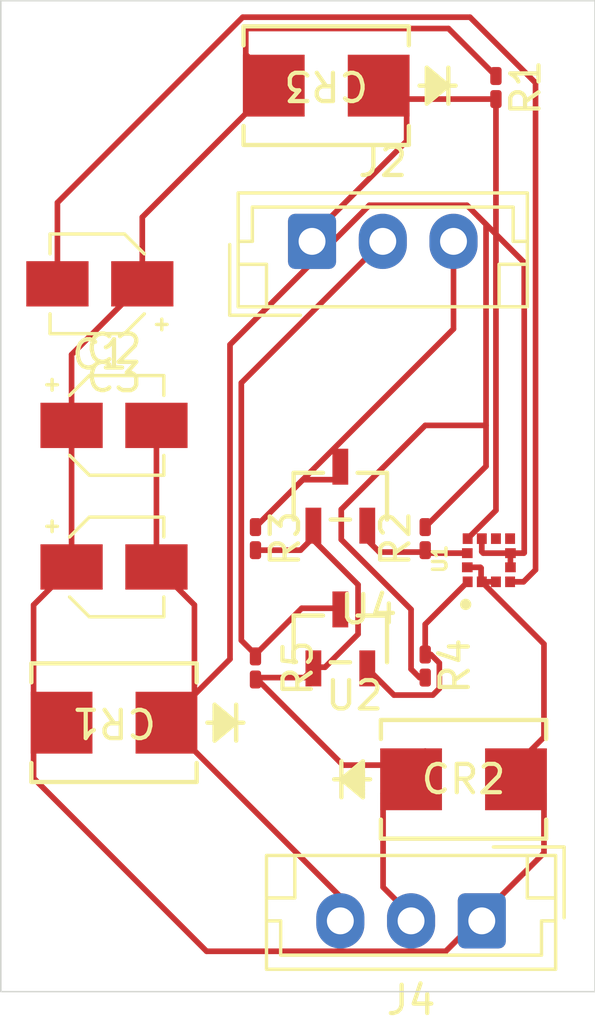
<source format=kicad_pcb>
(kicad_pcb (version 20240108) (generator "pcbnew") (generator_version "8.0")
  (layers (0 "F.Cu" signal) (31 "B.Cu" signal) (34 "B.Paste" user) (35 "F.Paste" user) (36 "B.SilkS" user "B.Silkscreen") (37 "F.SilkS" user "F.Silkscreen") (38 "B.Mask" user) (39 "F.Mask" user) (44 "Edge.Cuts" user))
  (net 0 "")
  (net 1 "3.3")
  (net 2 "Net-(U1-C1)")
  (net 3 "DRDY")
  (net 4 "GND")
  (net 5 "5")
  (net 6 "SCL")
  (net 7 "Net-(U1-SCL{slash}SPC)")
  (net 8 "SDA")
  (footprint "Resistor_SMD:R_0201_0603Metric_Pad0.64x0.40mm_HandSolder" (layer "F.Cu") (at 133.5 134 -90)
    (property "Reference" "R4" (at 0 -1.05 90) (layer "F.SilkS"))
    (property "Value" "10k")
    (pad "1" smd roundrect (at -0.4075 0 270) (size 0.635 0.4) (layers "F.Cu" "F.Mask") (net 7 "Net-(U1-SCL{slash}SPC)"))
    (pad "2" smd roundrect (at 0.4075 0 270) (size 0.635 0.4) (layers "F.Cu" "F.Mask") (net 1 "3.3"))
  )
  (footprint "Resistor_SMD:R_0201_0603Metric_Pad0.64x0.40mm_HandSolder" (layer "F.Cu") (at 127.5 134.0675 -90)
    (property "Reference" "R5" (at 0 -1.5 90) (layer "F.SilkS"))
    (property "Value" "10k")
    (pad "1" smd roundrect (at -0.4075 0 270) (size 0.635 0.4) (layers "F.Cu" "F.Mask") (net 6 "SCL"))
    (pad "2" smd roundrect (at 0.4075 0 270) (size 0.635 0.4) (layers "F.Cu" "F.Mask") (net 5 "5"))
  )
  (footprint "Transistor:BSS138" (layer "F.Cu") (at 130.5 128)
    (property "Reference" "U4" (at 1 4 0) (layer "F.SilkS"))
    (property "Value" "BSS138")
    (fp_line (start -1.651 -0.8255) (end -1.651 0.8255) (stroke (width 0.1524)) (layer "F.SilkS"))
    (fp_line (start -0.61214 -0.8255) (end -1.651 -0.8255) (stroke (width 0.1524)) (layer "F.SilkS"))
    (fp_line (start -0.34036 0.8255) (end 0.34036 0.8255) (stroke (width 0.1524)) (layer "F.SilkS"))
    (fp_line (start 1.651 -0.8255) (end 0.61214 -0.8255) (stroke (width 0.1524)) (layer "F.SilkS"))
    (fp_line (start 1.651 0.8255) (end 1.651 -0.8255) (stroke (width 0.1524)) (layer "F.SilkS"))
    (pad "1" smd rect (at -0.9525 1.0414) (size 0.5588 1.27) (layers "F.Cu" "F.Paste" "F.Mask") (net 5 "5"))
    (pad "2" smd rect (at 0.9525 1.0414) (size 0.5588 1.27) (layers "F.Cu" "F.Paste" "F.Mask") (net 8 "SDA"))
    (pad "3" smd rect (at 0 -1.0414) (size 0.5588 1.27) (layers "F.Cu" "F.Paste" "F.Mask") (net 8 "SDA"))
  )
  (footprint "Magnetometer:XDCR_LIS3MDLTR" (layer "F.Cu") (at 135.75 130.2625 90)
    (property "Reference" "U1" (at 0.04657 -1.73221 90) (layer "F.SilkS") (effects (font (size 0.48 0.48))))
    (property "Value" "LIS3MDLTR")
    (fp_circle (center -1.56 -0.82) (end -1.46 -0.82) (stroke (width 0.2)) (fill none) (layer "F.SilkS"))
    (pad "1" smd rect (at -0.7625 -0.75 90) (size 0.375 0.35) (layers "F.Cu" "F.Paste") (net 7 "Net-(U1-SCL{slash}SPC)"))
    (pad "2" smd rect (at -0.7625 -0.25 90) (size 0.375 0.35) (layers "F.Cu" "F.Paste") (net 4 "GND"))
    (pad "3" smd rect (at -0.7625 0.25 90) (size 0.375 0.35) (layers "F.Cu" "F.Paste") (net 4 "GND"))
    (pad "4" smd rect (at -0.7625 0.75 90) (size 0.375 0.35) (layers "F.Cu" "F.Paste") (net 2 "Net-(U1-C1)"))
    (pad "5" smd rect (at -0.25 0.7625 90) (size 0.35 0.375) (layers "F.Cu" "F.Paste") (net 1 "3.3"))
    (pad "6" smd rect (at 0.25 0.7625 90) (size 0.35 0.375) (layers "F.Cu" "F.Paste") (net 1 "3.3"))
    (pad "7" smd rect (at 0.7625 0.75 90) (size 0.375 0.35) (layers "F.Cu" "F.Paste"))
    (pad "8" smd rect (at 0.7625 0.25 90) (size 0.375 0.35) (layers "F.Cu" "F.Paste") (net 3 "DRDY"))
    (pad "9" smd rect (at 0.7625 -0.25 90) (size 0.375 0.35) (layers "F.Cu" "F.Paste") (net 1 "3.3"))
    (pad "10" smd rect (at 0.7625 -0.75 90) (size 0.375 0.35) (layers "F.Cu" "F.Paste") (net 1 "3.3"))
    (pad "11" smd rect (at 0.25 -0.7625 90) (size 0.35 0.375) (layers "F.Cu" "F.Paste") (net 8 "SDA"))
    (pad "12" smd rect (at -0.25 -0.7625 90) (size 0.35 0.375) (layers "F.Cu" "F.Paste") (net 4 "GND"))
  )
  (footprint "TVS Diode:1KSMB24A" (layer "F.Cu") (at 134.8542 138)
    (property "Reference" "CR2" (at 0 0 0) (layer "F.SilkS"))
    (property "Value" "1KSMB24A")
    (fp_line (start -4.318 -0.635) (end -4.318 0.635) (stroke (width 0.1524)) (layer "F.SilkS"))
    (fp_line (start -4.318 0) (end -3.556 -0.635) (stroke (width 0.1524)) (layer "F.SilkS"))
    (fp_line (start -4.318 0) (end -3.556 -0.508) (stroke (width 0.1524)) (layer "F.SilkS"))
    (fp_line (start -4.318 0) (end -3.556 -0.381) (stroke (width 0.1524)) (layer "F.SilkS"))
    (fp_line (start -4.318 0) (end -3.556 -0.254) (stroke (width 0.1524)) (layer "F.SilkS"))
    (fp_line (start -4.318 0) (end -3.556 -0.127) (stroke (width 0.1524)) (layer "F.SilkS"))
    (fp_line (start -4.318 0) (end -3.556 0.127) (stroke (width 0.1524)) (layer "F.SilkS"))
    (fp_line (start -4.318 0) (end -3.556 0.254) (stroke (width 0.1524)) (layer "F.SilkS"))
    (fp_line (start -4.318 0) (end -3.556 0.381) (stroke (width 0.1524)) (layer "F.SilkS"))
    (fp_line (start -4.318 0) (end -3.556 0.508) (stroke (width 0.1524)) (layer "F.SilkS"))
    (fp_line (start -4.318 0) (end -3.556 0.635) (stroke (width 0.1524)) (layer "F.SilkS"))
    (fp_line (start -3.556 -0.635) (end -3.556 0.635) (stroke (width 0.1524)) (layer "F.SilkS"))
    (fp_line (start -3.302 0) (end -4.572 0) (stroke (width 0.1524)) (layer "F.SilkS"))
    (fp_line (start -2.921 -2.0955) (end -2.921 -1.42494) (stroke (width 0.1524)) (layer "F.SilkS"))
    (fp_line (start -2.921 1.42494) (end -2.921 2.0955) (stroke (width 0.1524)) (layer "F.SilkS"))
    (fp_line (start -2.921 2.0955) (end 2.921 2.0955) (stroke (width 0.1524)) (layer "F.SilkS"))
    (fp_line (start 2.921 -2.0955) (end -2.921 -2.0955) (stroke (width 0.1524)) (layer "F.SilkS"))
    (fp_line (start 2.921 -1.42494) (end 2.921 -2.0955) (stroke (width 0.1524)) (layer "F.SilkS"))
    (fp_line (start 2.921 2.0955) (end 2.921 1.42494) (stroke (width 0.1524)) (layer "F.SilkS"))
    (pad "1" smd rect (at -1.8542 0 90) (size 2.1844 2.1844) (layers "F.Cu" "F.Paste" "F.Mask") (net 5 "5"))
    (pad "2" smd rect (at 1.8542 0 90) (size 2.1844 2.1844) (layers "F.Cu" "F.Paste" "F.Mask") (net 4 "GND"))
  )
  (footprint "TVS Diode:1KSMB24A" (layer "F.Cu") (at 130 113.5 180)
    (property "Reference" "CR3" (at 0 0 180) (layer "F.SilkS"))
    (property "Value" "1KSMB24A")
    (fp_line (start 2.921 2.0955) (end 2.921 1.42494) (stroke (width 0.1524)) (layer "F.SilkS"))
    (fp_line (start 2.921 -1.42494) (end 2.921 -2.0955) (stroke (width 0.1524)) (layer "F.SilkS"))
    (fp_line (start 2.921 -2.0955) (end -2.921 -2.0955) (stroke (width 0.1524)) (layer "F.SilkS"))
    (fp_line (start -2.921 2.0955) (end 2.921 2.0955) (stroke (width 0.1524)) (layer "F.SilkS"))
    (fp_line (start -2.921 1.42494) (end -2.921 2.0955) (stroke (width 0.1524)) (layer "F.SilkS"))
    (fp_line (start -2.921 -2.0955) (end -2.921 -1.42494) (stroke (width 0.1524)) (layer "F.SilkS"))
    (fp_line (start -3.302 0) (end -4.572 0) (stroke (width 0.1524)) (layer "F.SilkS"))
    (fp_line (start -3.556 -0.635) (end -3.556 0.635) (stroke (width 0.1524)) (layer "F.SilkS"))
    (fp_line (start -4.318 0) (end -3.556 0.635) (stroke (width 0.1524)) (layer "F.SilkS"))
    (fp_line (start -4.318 0) (end -3.556 0.508) (stroke (width 0.1524)) (layer "F.SilkS"))
    (fp_line (start -4.318 0) (end -3.556 0.381) (stroke (width 0.1524)) (layer "F.SilkS"))
    (fp_line (start -4.318 0) (end -3.556 0.254) (stroke (width 0.1524)) (layer "F.SilkS"))
    (fp_line (start -4.318 0) (end -3.556 0.127) (stroke (width 0.1524)) (layer "F.SilkS"))
    (fp_line (start -4.318 0) (end -3.556 -0.127) (stroke (width 0.1524)) (layer "F.SilkS"))
    (fp_line (start -4.318 0) (end -3.556 -0.254) (stroke (width 0.1524)) (layer "F.SilkS"))
    (fp_line (start -4.318 0) (end -3.556 -0.381) (stroke (width 0.1524)) (layer "F.SilkS"))
    (fp_line (start -4.318 0) (end -3.556 -0.508) (stroke (width 0.1524)) (layer "F.SilkS"))
    (fp_line (start -4.318 0) (end -3.556 -0.635) (stroke (width 0.1524)) (layer "F.SilkS"))
    (fp_line (start -4.318 -0.635) (end -4.318 0.635) (stroke (width 0.1524)) (layer "F.SilkS"))
    (pad "1" smd rect (at -1.8542 0 270) (size 2.1844 2.1844) (layers "F.Cu" "F.Paste" "F.Mask") (net 1 "3.3"))
    (pad "2" smd rect (at 1.8542 0 270) (size 2.1844 2.1844) (layers "F.Cu" "F.Paste" "F.Mask") (net 4 "GND"))
  )
  (footprint "Capacitor_SMD:CP_Elec_3x5.3" (layer "F.Cu") (at 122.5 125.5)
    (property "Reference" "C2" (at 0 -2.7 360) (layer "F.SilkS"))
    (property "Value" "1 uF")
    (fp_line (start -2.375 -1.435) (end -2 -1.435) (stroke (width 0.12)) (layer "F.SilkS"))
    (fp_line (start -2.1875 -1.6225) (end -2.1875 -1.2475) (stroke (width 0.12)) (layer "F.SilkS"))
    (fp_line (start -1.570563 -1.06) (end -0.870563 -1.76) (stroke (width 0.12)) (layer "F.SilkS"))
    (fp_line (start -1.570563 1.06) (end -0.870563 1.76) (stroke (width 0.12)) (layer "F.SilkS"))
    (fp_line (start -0.870563 -1.76) (end 1.76 -1.76) (stroke (width 0.12)) (layer "F.SilkS"))
    (fp_line (start -0.870563 1.76) (end 1.76 1.76) (stroke (width 0.12)) (layer "F.SilkS"))
    (fp_line (start 1.76 -1.76) (end 1.76 -1.06) (stroke (width 0.12)) (layer "F.SilkS"))
    (fp_line (start 1.76 1.76) (end 1.76 1.06) (stroke (width 0.12)) (layer "F.SilkS"))
    (pad "1" smd rect (at -1.5 0) (size 2.2 1.6) (layers "F.Cu" "F.Paste" "F.Mask") (net 4 "GND"))
    (pad "2" smd rect (at 1.5 0) (size 2.2 1.6) (layers "F.Cu" "F.Paste" "F.Mask") (net 1 "3.3"))
  )
  (footprint "Resistor_SMD:R_0201_0603Metric_Pad0.64x0.40mm_HandSolder" (layer "F.Cu") (at 136 113.5675 -90)
    (property "Reference" "R1" (at 0 -1.05 90) (layer "F.SilkS"))
    (property "Value" "10k")
    (pad "1" smd roundrect (at -0.4075 0 270) (size 0.635 0.4) (layers "F.Cu" "F.Mask") (net 4 "GND"))
    (pad "2" smd roundrect (at 0.4075 0 270) (size 0.635 0.4) (layers "F.Cu" "F.Mask") (net 1 "3.3"))
  )
  (footprint "Connector_JST:JST_EH_B3B-EH-A_1x03_P2.50mm_Vertical" (layer "F.Cu") (at 135.5 143 180)
    (property "Reference" "J4" (at 2.5 -2.8 360) (layer "F.SilkS"))
    (property "Value" "Conn_01x03")
    (fp_line (start 7.61 2.31) (end 7.61 -1.71) (stroke (width 0.12)) (layer "F.SilkS"))
    (fp_line (start 7.61 0.81) (end 6.61 0.81) (stroke (width 0.12)) (layer "F.SilkS"))
    (fp_line (start 7.61 -1.71) (end -2.61 -1.71) (stroke (width 0.12)) (layer "F.SilkS"))
    (fp_line (start 7.11 0) (end 7.61 0) (stroke (width 0.12)) (layer "F.SilkS"))
    (fp_line (start 7.11 -1.21) (end 7.11 0) (stroke (width 0.12)) (layer "F.SilkS"))
    (fp_line (start 6.61 0.81) (end 6.61 2.31) (stroke (width 0.12)) (layer "F.SilkS"))
    (fp_line (start -1.61 0.81) (end -1.61 2.31) (stroke (width 0.12)) (layer "F.SilkS"))
    (fp_line (start -2.11 0) (end -2.11 -1.21) (stroke (width 0.12)) (layer "F.SilkS"))
    (fp_line (start -2.11 -1.21) (end 7.11 -1.21) (stroke (width 0.12)) (layer "F.SilkS"))
    (fp_line (start -2.61 2.31) (end 7.61 2.31) (stroke (width 0.12)) (layer "F.SilkS"))
    (fp_line (start -2.61 0.81) (end -1.61 0.81) (stroke (width 0.12)) (layer "F.SilkS"))
    (fp_line (start -2.61 0) (end -2.11 0) (stroke (width 0.12)) (layer "F.SilkS"))
    (fp_line (start -2.61 -1.71) (end -2.61 2.31) (stroke (width 0.12)) (layer "F.SilkS"))
    (fp_line (start -2.91 2.61) (end -0.41 2.61) (stroke (width 0.12)) (layer "F.SilkS"))
    (fp_line (start -2.91 0.11) (end -2.91 2.61) (stroke (width 0.12)) (layer "F.SilkS"))
    (pad "1" thru_hole roundrect (at 0 0 180) (size 1.7 1.95) (drill 0.95) (layers "*.Cu" "*.Mask") (roundrect_rratio 0.147059) (net 4 "GND"))
    (pad "2" thru_hole oval (at 2.5 0 180) (size 1.7 1.95) (drill 0.95) (layers "*.Cu" "*.Mask") (net 5 "5"))
    (pad "3" thru_hole oval (at 5 0 180) (size 1.7 1.95) (drill 0.95) (layers "*.Cu" "*.Mask") (net 1 "3.3"))
  )
  (footprint "Transistor:BSS138" (layer "F.Cu") (at 130.5 133.0414)
    (property "Reference" "U2" (at 0.5 2 0) (layer "F.SilkS"))
    (property "Value" "BSS138")
    (fp_line (start -1.651 -0.8255) (end -1.651 0.8255) (stroke (width 0.1524)) (layer "F.SilkS"))
    (fp_line (start -0.61214 -0.8255) (end -1.651 -0.8255) (stroke (width 0.1524)) (layer "F.SilkS"))
    (fp_line (start -0.34036 0.8255) (end 0.34036 0.8255) (stroke (width 0.1524)) (layer "F.SilkS"))
    (fp_line (start 1.651 -0.8255) (end 0.61214 -0.8255) (stroke (width 0.1524)) (layer "F.SilkS"))
    (fp_line (start 1.651 0.8255) (end 1.651 -0.8255) (stroke (width 0.1524)) (layer "F.SilkS"))
    (pad "1" smd rect (at -0.9525 1.0414) (size 0.5588 1.27) (layers "F.Cu" "F.Paste" "F.Mask") (net 5 "5"))
    (pad "2" smd rect (at 0.9525 1.0414) (size 0.5588 1.27) (layers "F.Cu" "F.Paste" "F.Mask") (net 7 "Net-(U1-SCL{slash}SPC)"))
    (pad "3" smd rect (at 0 -1.0414) (size 0.5588 1.27) (layers "F.Cu" "F.Paste" "F.Mask") (net 6 "SCL"))
  )
  (footprint "TVS Diode:1KSMB24A" (layer "F.Cu") (at 122.5 136 180)
    (property "Reference" "CR1" (at 0 0 180) (layer "F.SilkS"))
    (property "Value" "1KSMB24A")
    (fp_line (start 2.921 2.0955) (end 2.921 1.42494) (stroke (width 0.1524)) (layer "F.SilkS"))
    (fp_line (start 2.921 -1.42494) (end 2.921 -2.0955) (stroke (width 0.1524)) (layer "F.SilkS"))
    (fp_line (start 2.921 -2.0955) (end -2.921 -2.0955) (stroke (width 0.1524)) (layer "F.SilkS"))
    (fp_line (start -2.921 2.0955) (end 2.921 2.0955) (stroke (width 0.1524)) (layer "F.SilkS"))
    (fp_line (start -2.921 1.42494) (end -2.921 2.0955) (stroke (width 0.1524)) (layer "F.SilkS"))
    (fp_line (start -2.921 -2.0955) (end -2.921 -1.42494) (stroke (width 0.1524)) (layer "F.SilkS"))
    (fp_line (start -3.302 0) (end -4.572 0) (stroke (width 0.1524)) (layer "F.SilkS"))
    (fp_line (start -3.556 -0.635) (end -3.556 0.635) (stroke (width 0.1524)) (layer "F.SilkS"))
    (fp_line (start -4.318 0) (end -3.556 0.635) (stroke (width 0.1524)) (layer "F.SilkS"))
    (fp_line (start -4.318 0) (end -3.556 0.508) (stroke (width 0.1524)) (layer "F.SilkS"))
    (fp_line (start -4.318 0) (end -3.556 0.381) (stroke (width 0.1524)) (layer "F.SilkS"))
    (fp_line (start -4.318 0) (end -3.556 0.254) (stroke (width 0.1524)) (layer "F.SilkS"))
    (fp_line (start -4.318 0) (end -3.556 0.127) (stroke (width 0.1524)) (layer "F.SilkS"))
    (fp_line (start -4.318 0) (end -3.556 -0.127) (stroke (width 0.1524)) (layer "F.SilkS"))
    (fp_line (start -4.318 0) (end -3.556 -0.254) (stroke (width 0.1524)) (layer "F.SilkS"))
    (fp_line (start -4.318 0) (end -3.556 -0.381) (stroke (width 0.1524)) (layer "F.SilkS"))
    (fp_line (start -4.318 0) (end -3.556 -0.508) (stroke (width 0.1524)) (layer "F.SilkS"))
    (fp_line (start -4.318 0) (end -3.556 -0.635) (stroke (width 0.1524)) (layer "F.SilkS"))
    (fp_line (start -4.318 -0.635) (end -4.318 0.635) (stroke (width 0.1524)) (layer "F.SilkS"))
    (pad "1" smd rect (at -1.8542 0 270) (size 2.1844 2.1844) (layers "F.Cu" "F.Paste" "F.Mask") (net 1 "3.3"))
    (pad "2" smd rect (at 1.8542 0 270) (size 2.1844 2.1844) (layers "F.Cu" "F.Paste" "F.Mask") (net 4 "GND"))
  )
  (footprint "Resistor_SMD:R_0201_0603Metric_Pad0.64x0.40mm_HandSolder" (layer "F.Cu") (at 127.5 129.5 -90)
    (property "Reference" "R3" (at 0 -1.05 90) (layer "F.SilkS"))
    (property "Value" "10k")
    (pad "1" smd roundrect (at -0.4075 0 270) (size 0.635 0.4) (layers "F.Cu" "F.Mask") (net 8 "SDA"))
    (pad "2" smd roundrect (at 0.4075 0 270) (size 0.635 0.4) (layers "F.Cu" "F.Mask") (net 5 "5"))
  )
  (footprint "Capacitor_SMD:CP_Elec_3x5.3" (layer "F.Cu") (at 122 120.5 180)
    (property "Reference" "C1" (at 0 -2.5 360) (layer "F.SilkS"))
    (property "Value" "100 nF")
    (fp_line (start 1.76 1.76) (end 1.76 1.06) (stroke (width 0.12)) (layer "F.SilkS"))
    (fp_line (start 1.76 -1.76) (end 1.76 -1.06) (stroke (width 0.12)) (layer "F.SilkS"))
    (fp_line (start -0.870563 1.76) (end 1.76 1.76) (stroke (width 0.12)) (layer "F.SilkS"))
    (fp_line (start -0.870563 -1.76) (end 1.76 -1.76) (stroke (width 0.12)) (layer "F.SilkS"))
    (fp_line (start -1.570563 1.06) (end -0.870563 1.76) (stroke (width 0.12)) (layer "F.SilkS"))
    (fp_line (start -1.570563 -1.06) (end -0.870563 -1.76) (stroke (width 0.12)) (layer "F.SilkS"))
    (fp_line (start -2.1875 -1.6225) (end -2.1875 -1.2475) (stroke (width 0.12)) (layer "F.SilkS"))
    (fp_line (start -2.375 -1.435) (end -2 -1.435) (stroke (width 0.12)) (layer "F.SilkS"))
    (pad "1" smd rect (at -1.5 0 180) (size 2.2 1.6) (layers "F.Cu" "F.Paste" "F.Mask") (net 4 "GND"))
    (pad "2" smd rect (at 1.5 0 180) (size 2.2 1.6) (layers "F.Cu" "F.Paste" "F.Mask") (net 2 "Net-(U1-C1)"))
  )
  (footprint "Capacitor_SMD:CP_Elec_3x5.3" (layer "F.Cu") (at 122.5 130.5)
    (property "Reference" "C3" (at 0 -6.7 360) (layer "F.SilkS"))
    (property "Value" "100 nF")
    (fp_line (start -2.375 -1.435) (end -2 -1.435) (stroke (width 0.12)) (layer "F.SilkS"))
    (fp_line (start -2.1875 -1.6225) (end -2.1875 -1.2475) (stroke (width 0.12)) (layer "F.SilkS"))
    (fp_line (start -1.570563 -1.06) (end -0.870563 -1.76) (stroke (width 0.12)) (layer "F.SilkS"))
    (fp_line (start -1.570563 1.06) (end -0.870563 1.76) (stroke (width 0.12)) (layer "F.SilkS"))
    (fp_line (start -0.870563 -1.76) (end 1.76 -1.76) (stroke (width 0.12)) (layer "F.SilkS"))
    (fp_line (start -0.870563 1.76) (end 1.76 1.76) (stroke (width 0.12)) (layer "F.SilkS"))
    (fp_line (start 1.76 -1.76) (end 1.76 -1.06) (stroke (width 0.12)) (layer "F.SilkS"))
    (fp_line (start 1.76 1.76) (end 1.76 1.06) (stroke (width 0.12)) (layer "F.SilkS"))
    (pad "1" smd rect (at -1.5 0) (size 2.2 1.6) (layers "F.Cu" "F.Paste" "F.Mask") (net 4 "GND"))
    (pad "2" smd rect (at 1.5 0) (size 2.2 1.6) (layers "F.Cu" "F.Paste" "F.Mask") (net 1 "3.3"))
  )
  (footprint "Resistor_SMD:R_0201_0603Metric_Pad0.64x0.40mm_HandSolder" (layer "F.Cu") (at 133.5 129.5 90)
    (property "Reference" "R2" (at 0 -1.05 90) (layer "F.SilkS"))
    (property "Value" "10k")
    (pad "1" smd roundrect (at -0.4075 0 90) (size 0.635 0.4) (layers "F.Cu" "F.Mask") (net 8 "SDA"))
    (pad "2" smd roundrect (at 0.4075 0 90) (size 0.635 0.4) (layers "F.Cu" "F.Mask") (net 1 "3.3"))
  )
  (footprint "Connector_JST:JST_EH_B3B-EH-A_1x03_P2.50mm_Vertical" (layer "F.Cu") (at 129.5 119)
    (property "Reference" "J2" (at 2.5 -2.8 360) (layer "F.SilkS"))
    (property "Value" "Conn_01x03")
    (fp_line (start -2.91 0.11) (end -2.91 2.61) (stroke (width 0.12)) (layer "F.SilkS"))
    (fp_line (start -2.91 2.61) (end -0.41 2.61) (stroke (width 0.12)) (layer "F.SilkS"))
    (fp_line (start -2.61 -1.71) (end -2.61 2.31) (stroke (width 0.12)) (layer "F.SilkS"))
    (fp_line (start -2.61 0) (end -2.11 0) (stroke (width 0.12)) (layer "F.SilkS"))
    (fp_line (start -2.61 0.81) (end -1.61 0.81) (stroke (width 0.12)) (layer "F.SilkS"))
    (fp_line (start -2.61 2.31) (end 7.61 2.31) (stroke (width 0.12)) (layer "F.SilkS"))
    (fp_line (start -2.11 -1.21) (end 7.11 -1.21) (stroke (width 0.12)) (layer "F.SilkS"))
    (fp_line (start -2.11 0) (end -2.11 -1.21) (stroke (width 0.12)) (layer "F.SilkS"))
    (fp_line (start -1.61 0.81) (end -1.61 2.31) (stroke (width 0.12)) (layer "F.SilkS"))
    (fp_line (start 6.61 0.81) (end 6.61 2.31) (stroke (width 0.12)) (layer "F.SilkS"))
    (fp_line (start 7.11 -1.21) (end 7.11 0) (stroke (width 0.12)) (layer "F.SilkS"))
    (fp_line (start 7.11 0) (end 7.61 0) (stroke (width 0.12)) (layer "F.SilkS"))
    (fp_line (start 7.61 -1.71) (end -2.61 -1.71) (stroke (width 0.12)) (layer "F.SilkS"))
    (fp_line (start 7.61 0.81) (end 6.61 0.81) (stroke (width 0.12)) (layer "F.SilkS"))
    (fp_line (start 7.61 2.31) (end 7.61 -1.71) (stroke (width 0.12)) (layer "F.SilkS"))
    (pad "1" thru_hole roundrect (at 0 0) (size 1.7 1.95) (drill 0.95) (layers "*.Cu" "*.Mask") (roundrect_rratio 0.147059) (net 1 "3.3"))
    (pad "2" thru_hole oval (at 2.5 0) (size 1.7 1.95) (drill 0.95) (layers "*.Cu" "*.Mask") (net 6 "SCL"))
    (pad "3" thru_hole oval (at 5 0) (size 1.7 1.95) (drill 0.95) (layers "*.Cu" "*.Mask") (net 8 "SDA"))
  )
  (gr_rect (start 118.5 110.5) (end 139.5 145.5) (stroke (width 0.05)) (fill none) (layer "Edge.Cuts"))
  (segment (start 131.8542 113.5) (end 132.3292 113.975) (width 0.2) (layer "F.Cu") (net 1))
  (segment (start 137 119.748654) (end 137 130) (width 0.2) (layer "F.Cu") (net 1))
  (segment (start 124 130.5) (end 124 125.5) (width 0.2) (layer "F.Cu") (net 1))
  (segment (start 135.65 125.5) (end 133.5 125.5) (width 0.2) (layer "F.Cu") (net 1))
  (segment (start 129.5 119) (end 129.5 118.802322) (width 0.2) (layer "F.Cu") (net 1))
  (segment (start 124.3542 136) (end 125.3432 135.011) (width 0.2) (layer "F.Cu") (net 1))
  (segment (start 130.5 142.8) (end 130.5 142.1458) (width 0.2) (layer "F.Cu") (net 1))
  (segment (start 126.6 122.648654) (end 131.523654 117.725) (width 0.2) (layer "F.Cu") (net 1))
  (segment (start 133 132) (end 133 134.107499) (width 0.2) (layer "F.Cu") (net 1))
  (segment (start 125.3432 135.011) (end 125.3432 131.8432) (width 0.2) (layer "F.Cu") (net 1))
  (segment (start 135.65 126.9425) (end 133.5 129.0925) (width 0.2) (layer "F.Cu") (net 1))
  (segment (start 135.375673 118.124327) (end 135.65 118.398654) (width 0.2) (layer "F.Cu") (net 1))
  (segment (start 133 134.107499) (end 133.300001 134.4075) (width 0.2) (layer "F.Cu") (net 1))
  (segment (start 126.6 133.7542) (end 126.6 122.648654) (width 0.2) (layer "F.Cu") (net 1))
  (segment (start 135.65 125.5) (end 135.65 126.9425) (width 0.2) (layer "F.Cu") (net 1))
  (segment (start 124.3542 136) (end 126.6 133.7542) (width 0.2) (layer "F.Cu") (net 1))
  (segment (start 132.3292 113.975) (end 136 113.975) (width 0.2) (layer "F.Cu") (net 1))
  (segment (start 132.8432 115.459122) (end 132.8432 114.489) (width 0.2) (layer "F.Cu") (net 1))
  (segment (start 130.532843 129.532843) (end 133 132) (width 0.2) (layer "F.Cu") (net 1))
  (segment (start 125.3432 131.8432) (end 124 130.5) (width 0.2) (layer "F.Cu") (net 1))
  (segment (start 135.5 129.9625) (end 135.5 129.5) (width 0.2) (layer "F.Cu") (net 1))
  (segment (start 136.5125 130.0125) (end 136.5125 130.5125) (width 0.2) (layer "F.Cu") (net 1))
  (segment (start 131.523654 117.725) (end 134.976346 117.725) (width 0.2) (layer "F.Cu") (net 1))
  (segment (start 130.532843 128.467157) (end 130.532843 129.532843) (width 0.2) (layer "F.Cu") (net 1))
  (segment (start 135.55 130.0125) (end 135.5 129.9625) (width 0.2) (layer "F.Cu") (net 1))
  (segment (start 136 113.975) (end 136 128.5) (width 0.2) (layer "F.Cu") (net 1))
  (segment (start 129.5 118.802322) (end 132.8432 115.459122) (width 0.2) (layer "F.Cu") (net 1))
  (segment (start 133.300001 134.4075) (end 133.5 134.4075) (width 0.2) (layer "F.Cu") (net 1))
  (segment (start 130.5 142.1458) (end 124.3542 136) (width 0.2) (layer "F.Cu") (net 1))
  (segment (start 132.8432 114.489) (end 131.8542 113.5) (width 0.2) (layer "F.Cu") (net 1))
  (segment (start 135.65 118.398654) (end 135.65 125.5) (width 0.2) (layer "F.Cu") (net 1))
  (segment (start 134.976346 117.725) (end 135.375673 118.124327) (width 0.2) (layer "F.Cu") (net 1))
  (segment (start 124.8542 130.5) (end 124.3542 130) (width 0.2) (layer "F.Cu") (net 1))
  (segment (start 135.375673 118.124327) (end 137 119.748654) (width 0.2) (layer "F.Cu") (net 1))
  (segment (start 133.5 125.5) (end 130.532843 128.467157) (width 0.2) (layer "F.Cu") (net 1))
  (segment (start 136.9875 130.0125) (end 136.5125 130.0125) (width 0.2) (layer "F.Cu") (net 1))
  (segment (start 136.5125 130.0125) (end 135.55 130.0125) (width 0.2) (layer "F.Cu") (net 1))
  (segment (start 136 128.5) (end 135 129.5) (width 0.2) (layer "F.Cu") (net 1))
  (segment (start 137 130) (end 136.9875 130.0125) (width 0.2) (layer "F.Cu") (net 1))
  (segment (start 135.0823 111.0823) (end 137.4 113.4) (width 0.2) (layer "F.Cu") (net 2))
  (segment (start 127.049692 111.0823) (end 135.0823 111.0823) (width 0.2) (layer "F.Cu") (net 2))
  (segment (start 137.4 113.4) (end 137.4 130.6) (width 0.2) (layer "F.Cu") (net 2))
  (segment (start 121 121) (end 120.5 120.5) (width 0.2) (layer "F.Cu") (net 2))
  (segment (start 120.5 117.631992) (end 127.049692 111.0823) (width 0.2) (layer "F.Cu") (net 2))
  (segment (start 136.975 131.025) (end 136.5 131.025) (width 0.2) (layer "F.Cu") (net 2))
  (segment (start 137.4 130.6) (end 136.975 131.025) (width 0.2) (layer "F.Cu") (net 2))
  (segment (start 120.5 120.5) (end 120.5 117.631992) (width 0.2) (layer "F.Cu") (net 2))
  (segment (start 137.6974 133.2224) (end 135.5 131.025) (width 0.2) (layer "F.Cu") (net 4))
  (segment (start 128.1458 113.5) (end 128.3346 113.6888) (width 0.2) (layer "F.Cu") (net 4))
  (segment (start 119.6568 135.011) (end 119.6568 131.8432) (width 0.2) (layer "F.Cu") (net 4))
  (segment (start 121 125.5) (end 121 123) (width 0.2) (layer "F.Cu") (net 4))
  (segment (start 135.45 130.5125) (end 134.9875 130.5125) (width 0.2) (layer "F.Cu") (net 4))
  (segment (start 135.5 131.025) (end 136 131.025) (width 0.2) (layer "F.Cu") (net 4))
  (segment (start 136.7084 137.5) (end 137.6974 136.511) (width 0.2) (layer "F.Cu") (net 4))
  (segment (start 123.5 120.5) (end 123.5 118.1458) (width 0.2) (layer "F.Cu") (net 4))
  (segment (start 134.225 144.075) (end 125.772678 144.075) (width 0.2) (layer "F.Cu") (net 4))
  (segment (start 123.5 118.1458) (end 128.1458 113.5) (width 0.2) (layer "F.Cu") (net 4))
  (segment (start 121 130.5) (end 121 125.5) (width 0.2) (layer "F.Cu") (net 4))
  (segment (start 119.6568 137.959122) (end 119.6568 136.989) (width 0.2) (layer "F.Cu") (net 4))
  (segment (start 137.6974 136.511) (end 137.6974 133.2224) (width 0.2) (layer "F.Cu") (net 4))
  (segment (start 137.6974 140.6026) (end 137.6974 138.489) (width 0.2) (layer "F.Cu") (net 4))
  (segment (start 127.215378 111.4823) (end 134.3223 111.4823) (width 0.2) (layer "F.Cu") (net 4))
  (segment (start 128.447178 113.6888) (end 127.1568 112.398422) (width 0.2) (layer "F.Cu") (net 4))
  (segment (start 119.6568 136.989) (end 120.6458 136) (width 0.2) (layer "F.Cu") (net 4))
  (segment (start 119.6568 131.8432) (end 121 130.5) (width 0.2) (layer "F.Cu") (net 4))
  (segment (start 127.1568 111.540878) (end 127.215378 111.4823) (width 0.2) (layer "F.Cu") (net 4))
  (segment (start 135.5 142.8) (end 134.225 144.075) (width 0.2) (layer "F.Cu") (net 4))
  (segment (start 137.6974 138.489) (end 136.7084 137.5) (width 0.2) (layer "F.Cu") (net 4))
  (segment (start 127.5 113.5) (end 128.1458 113.5) (width 0.2) (layer "F.Cu") (net 4))
  (segment (start 135.5 142.8) (end 137.6974 140.6026) (width 0.2) (layer "F.Cu") (net 4))
  (segment (start 135.475 130.5375) (end 135.45 130.5125) (width 0.2) (layer "F.Cu") (net 4))
  (segment (start 121 123) (end 123.5 120.5) (width 0.2) (layer "F.Cu") (net 4))
  (segment (start 134.3223 111.4823) (end 136 113.16) (width 0.2) (layer "F.Cu") (net 4))
  (segment (start 127.1568 112.398422) (end 127.1568 111.540878) (width 0.2) (layer "F.Cu") (net 4))
  (segment (start 120.6458 136) (end 119.6568 135.011) (width 0.2) (layer "F.Cu") (net 4))
  (segment (start 135.475 131) (end 135.475 130.5375) (width 0.2) (layer "F.Cu") (net 4))
  (segment (start 135.5 131.025) (end 135.475 131) (width 0.2) (layer "F.Cu") (net 4))
  (segment (start 125.772678 144.075) (end 119.6568 137.959122) (width 0.2) (layer "F.Cu") (net 4))
  (segment (start 128.3346 113.6888) (end 128.447178 113.6888) (width 0.2) (layer "F.Cu") (net 4))
  (segment (start 129.595 134.0414) (end 129.9586 134.0414) (width 0.2) (layer "F.Cu") (net 5))
  (segment (start 127.5 134.4075) (end 129.2289 134.4075) (width 0.2) (layer "F.Cu") (net 5))
  (segment (start 132.011 138.489) (end 133 137.5) (width 0.2) (layer "F.Cu") (net 5))
  (segment (start 130.5925 137.5) (end 127.5 134.4075) (width 0.2) (layer "F.Cu") (net 5))
  (segment (start 133 137.5) (end 133.5 137) (width 0.2) (layer "F.Cu") (net 5))
  (segment (start 127.5 134.4075) (end 127.4075 134.4075) (width 0.2) (layer "F.Cu") (net 5))
  (segment (start 129.2289 134.4075) (end 129.595 134.0414) (width 0.2) (layer "F.Cu") (net 5))
  (segment (start 131.1269 131.1269) (end 129.5 129.5) (width 0.2) (layer "F.Cu") (net 5))
  (segment (start 133 137.5) (end 130.5925 137.5) (width 0.2) (layer "F.Cu") (net 5))
  (segment (start 131.1269 132.8731) (end 131.1269 131.1269) (width 0.2) (layer "F.Cu") (net 5))
  (segment (start 127.5 134.4075) (end 127.5925 134.4075) (width 0.2) (layer "F.Cu") (net 5))
  (segment (start 132.011 141.811) (end 132.011 138.489) (width 0.2) (layer "F.Cu") (net 5))
  (segment (start 133 142.8) (end 132.011 141.811) (width 0.2) (layer "F.Cu") (net 5))
  (segment (start 129.0925 129.9075) (end 129.5 129.5) (width 0.2) (layer "F.Cu") (net 5))
  (segment (start 127.5 129.9075) (end 129.0925 129.9075) (width 0.2) (layer "F.Cu") (net 5))
  (segment (start 129.9586 134.0414) (end 131.1269 132.8731) (width 0.2) (layer "F.Cu") (net 5))
  (segment (start 127 124) (end 127 133.0925) (width 0.2) (layer "F.Cu") (net 6))
  (segment (start 127 133.0925) (end 127.5 133.5925) (width 0.2) (layer "F.Cu") (net 6))
  (segment (start 129.1339 131.9586) (end 130.5475 131.9586) (width 0.2) (layer "F.Cu") (net 6))
  (segment (start 132 119) (end 127 124) (width 0.2) (layer "F.Cu") (net 6))
  (segment (start 127.5 133.5925) (end 129.1339 131.9586) (width 0.2) (layer "F.Cu") (net 6))
  (segment (start 133.699999 133.5925) (end 133.5 133.5925) (width 0.2) (layer "F.Cu") (net 7))
  (segment (start 131.4525 134.0828) (end 132.3947 135.025) (width 0.2) (layer "F.Cu") (net 7))
  (segment (start 133.5 133.5925) (end 133.5 132.525) (width 0.2) (layer "F.Cu") (net 7))
  (segment (start 133.768456 135.025) (end 134 134.793456) (width 0.2) (layer "F.Cu") (net 7))
  (segment (start 134 133.892501) (end 133.699999 133.5925) (width 0.2) (layer "F.Cu") (net 7))
  (segment (start 133.5 132.525) (end 135 131.025) (width 0.2) (layer "F.Cu") (net 7))
  (segment (start 134 134.793456) (end 134 133.892501) (width 0.2) (layer "F.Cu") (net 7))
  (segment (start 132.3947 135.025) (end 133.768456 135.025) (width 0.2) (layer "F.Cu") (net 7))
  (segment (start 134.5 119) (end 134.5 122.0925) (width 0.2) (layer "F.Cu") (net 8))
  (segment (start 131.88 129.975) (end 133.5 129.975) (width 0.2) (layer "F.Cu") (net 8))
  (segment (start 131.405 129.5) (end 131.88 129.975) (width 0.2) (layer "F.Cu") (net 8))
  (segment (start 133.605 130.0125) (end 134.9875 130.0125) (width 0.2) (layer "F.Cu") (net 8))
  (segment (start 133.5 129.9075) (end 133.605 130.0125) (width 0.2) (layer "F.Cu") (net 8))
  (segment (start 127.5 129.0925) (end 129.1753 127.4172) (width 0.2) (layer "F.Cu") (net 8))
  (segment (start 129.1753 127.4172) (end 130.4525 127.4172) (width 0.2) (layer "F.Cu") (net 8))
  (segment (start 134.5 122.0925) (end 127.5 129.0925) (width 0.2) (layer "F.Cu") (net 8))
)
</source>
